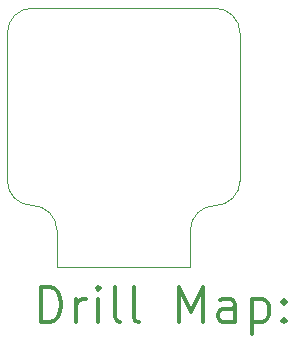
<source format=gbr>
%FSLAX45Y45*%
G04 Gerber Fmt 4.5, Leading zero omitted, Abs format (unit mm)*
G04 Created by KiCad (PCBNEW (5.1.6)-1) date 2022-09-22 09:58:58*
%MOMM*%
%LPD*%
G01*
G04 APERTURE LIST*
%TA.AperFunction,Profile*%
%ADD10C,0.050000*%
%TD*%
%ADD11C,0.200000*%
%ADD12C,0.300000*%
G04 APERTURE END LIST*
D10*
X16820000Y-7570000D02*
X15270000Y-7570000D01*
X16820000Y-7570000D02*
G75*
G02*
X17030000Y-7780000I0J-210000D01*
G01*
X17030000Y-9030000D02*
X17030000Y-7780000D01*
X15060000Y-7780000D02*
G75*
G02*
X15270000Y-7570000I210000J0D01*
G01*
X15060000Y-9030000D02*
X15060000Y-7780000D01*
X15270000Y-9240000D02*
G75*
G02*
X15060000Y-9030000I0J210000D01*
G01*
X15270000Y-9240000D02*
G75*
G02*
X15480000Y-9450000I0J-210000D01*
G01*
X17030000Y-9030000D02*
G75*
G02*
X16820000Y-9240000I-210000J0D01*
G01*
X16610000Y-9450000D02*
G75*
G02*
X16820000Y-9240000I210000J0D01*
G01*
X16610000Y-9760000D02*
X16610000Y-9450000D01*
X15480000Y-9760000D02*
X15480000Y-9450000D01*
X15480000Y-9760000D02*
X16610000Y-9760000D01*
D11*
D12*
X15343928Y-10228214D02*
X15343928Y-9928214D01*
X15415357Y-9928214D01*
X15458214Y-9942500D01*
X15486786Y-9971072D01*
X15501071Y-9999643D01*
X15515357Y-10056786D01*
X15515357Y-10099643D01*
X15501071Y-10156786D01*
X15486786Y-10185357D01*
X15458214Y-10213929D01*
X15415357Y-10228214D01*
X15343928Y-10228214D01*
X15643928Y-10228214D02*
X15643928Y-10028214D01*
X15643928Y-10085357D02*
X15658214Y-10056786D01*
X15672500Y-10042500D01*
X15701071Y-10028214D01*
X15729643Y-10028214D01*
X15829643Y-10228214D02*
X15829643Y-10028214D01*
X15829643Y-9928214D02*
X15815357Y-9942500D01*
X15829643Y-9956786D01*
X15843928Y-9942500D01*
X15829643Y-9928214D01*
X15829643Y-9956786D01*
X16015357Y-10228214D02*
X15986786Y-10213929D01*
X15972500Y-10185357D01*
X15972500Y-9928214D01*
X16172500Y-10228214D02*
X16143928Y-10213929D01*
X16129643Y-10185357D01*
X16129643Y-9928214D01*
X16515357Y-10228214D02*
X16515357Y-9928214D01*
X16615357Y-10142500D01*
X16715357Y-9928214D01*
X16715357Y-10228214D01*
X16986786Y-10228214D02*
X16986786Y-10071072D01*
X16972500Y-10042500D01*
X16943928Y-10028214D01*
X16886786Y-10028214D01*
X16858214Y-10042500D01*
X16986786Y-10213929D02*
X16958214Y-10228214D01*
X16886786Y-10228214D01*
X16858214Y-10213929D01*
X16843928Y-10185357D01*
X16843928Y-10156786D01*
X16858214Y-10128214D01*
X16886786Y-10113929D01*
X16958214Y-10113929D01*
X16986786Y-10099643D01*
X17129643Y-10028214D02*
X17129643Y-10328214D01*
X17129643Y-10042500D02*
X17158214Y-10028214D01*
X17215357Y-10028214D01*
X17243928Y-10042500D01*
X17258214Y-10056786D01*
X17272500Y-10085357D01*
X17272500Y-10171072D01*
X17258214Y-10199643D01*
X17243928Y-10213929D01*
X17215357Y-10228214D01*
X17158214Y-10228214D01*
X17129643Y-10213929D01*
X17401071Y-10199643D02*
X17415357Y-10213929D01*
X17401071Y-10228214D01*
X17386786Y-10213929D01*
X17401071Y-10199643D01*
X17401071Y-10228214D01*
X17401071Y-10042500D02*
X17415357Y-10056786D01*
X17401071Y-10071072D01*
X17386786Y-10056786D01*
X17401071Y-10042500D01*
X17401071Y-10071072D01*
M02*

</source>
